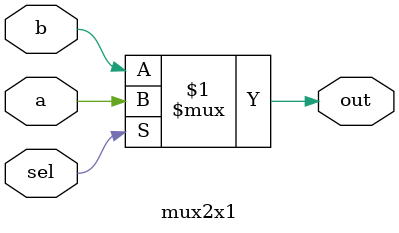
<source format=v>
module mux2x1(
	a,
	b,
	out,
	sel
);

input a;
input b;
input sel;
output out;

assign out = (sel) ? a : b;


endmodule

</source>
